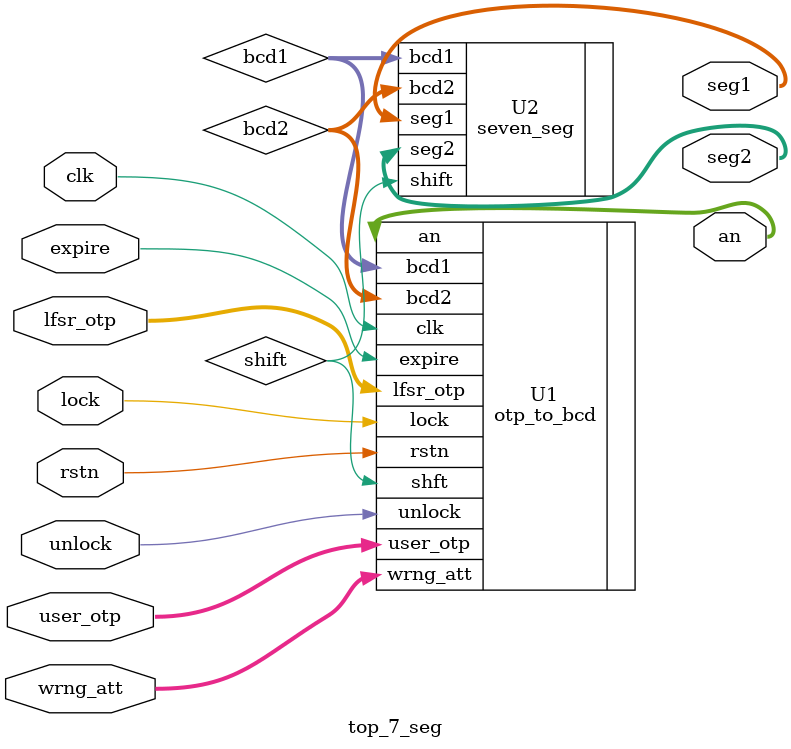
<source format=v>
module top_7_seg(
    input wire clk, rstn, unlock, lock, expire,
    input [1:0] wrng_att,
    input wire [15:0] user_otp, lfsr_otp,
    output wire [6:0] seg1, seg2,
    output wire [1:0] an
    );
    
    wire [3:0] bcd1, bcd2;
    wire shift;
    
    otp_to_bcd U1 (.clk(clk),
                   .rstn(rstn),
                   .lock(lock),
                   .unlock(unlock),
                   .expire(expire),
                   .wrng_att(wrng_att),
                   .user_otp(user_otp),
                   .lfsr_otp(lfsr_otp),
                   .bcd1(bcd1),
                   .bcd2(bcd2),
                   .an(an),
                   .shft(shift));
                   
    seven_seg U2 (.bcd1(bcd1),
                  .bcd2(bcd2),
                  .seg1(seg1),
                  .seg2(seg2),
                  .shift(shift));
endmodule

</source>
